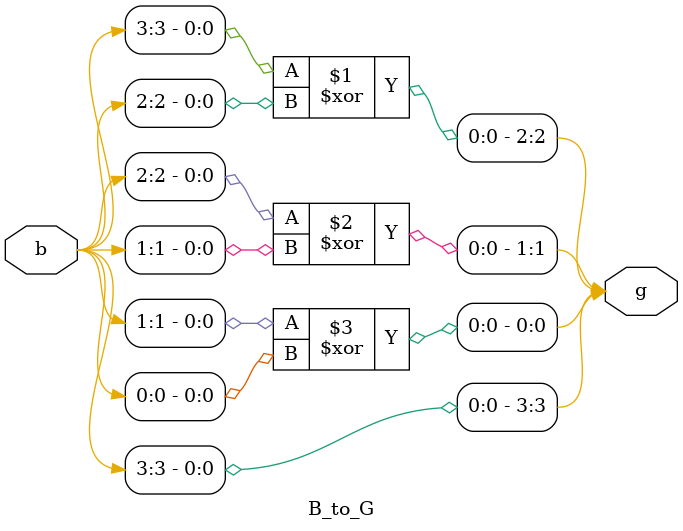
<source format=v>
`timescale 1ns / 1ps


module B_to_G(
    input [3:0] b,
    output [3:0] g
    );
    
    assign g[3] = b[3],
           g[2] = b[3] ^ b[2],
           g[1] = b[2] ^ b[1],
           g[0] = b[1] ^ b[0];
    
endmodule

</source>
